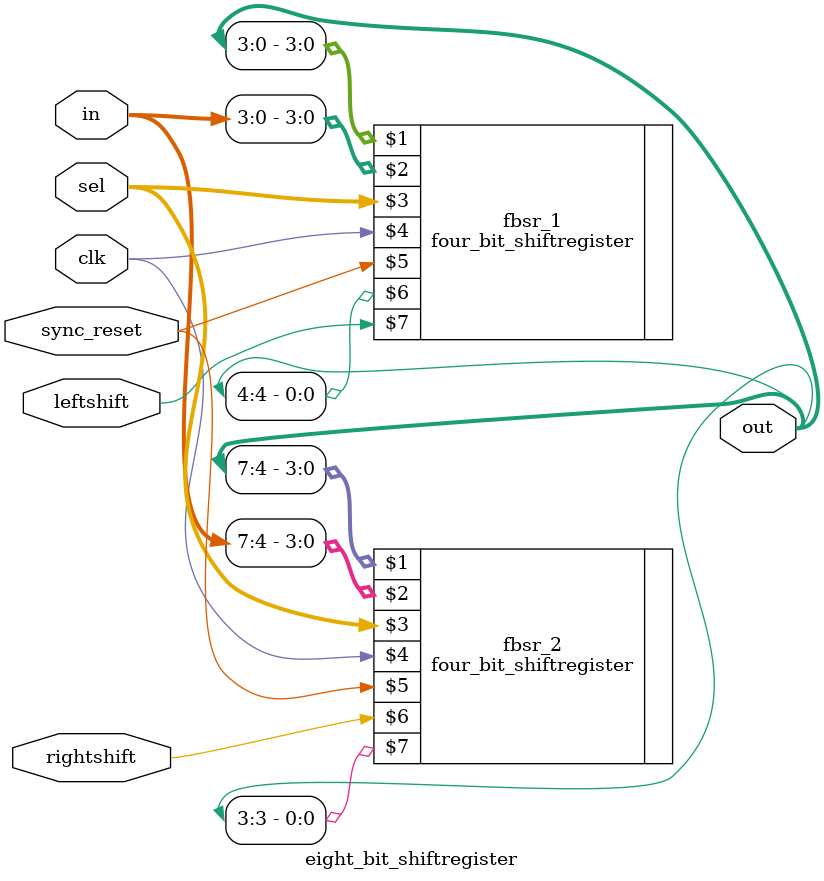
<source format=v>
`include "4_bit_shiftregister.v"

module eight_bit_shiftregister(out, in, sel, clk, sync_reset, rightshift, leftshift);

input [7:0]in;
input clk;
input rightshift;
input leftshift; 
input sync_reset;
input [1:0]sel;

output [7:0]out;

    	four_bit_shiftregister fbsr_1(out[3:0], in[3:0], sel, clk, sync_reset, out[4], leftshift);
   
   	four_bit_shiftregister fbsr_2(out[7:4], in[7:4], sel, clk, sync_reset, rightshift, out[3]);
    
endmodule

</source>
